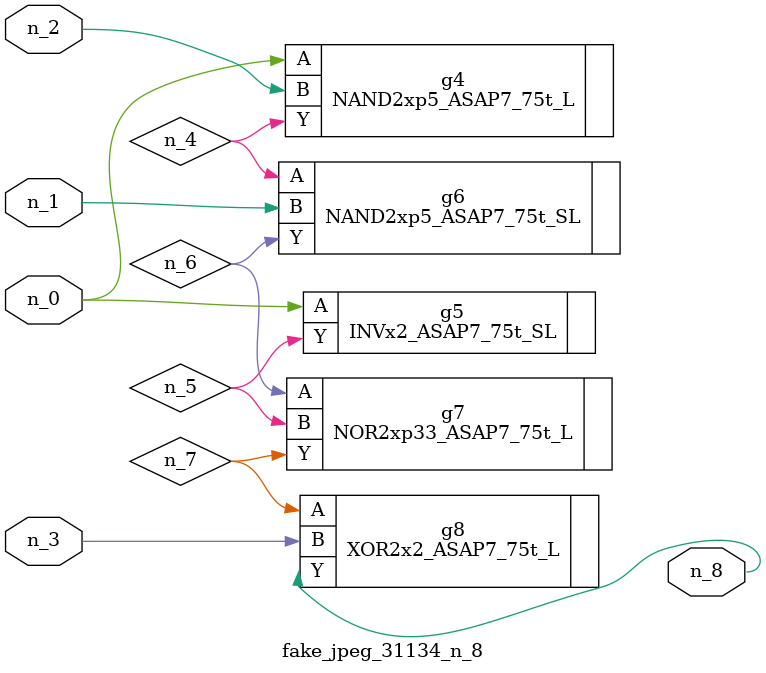
<source format=v>
module fake_jpeg_31134_n_8 (n_0, n_3, n_2, n_1, n_8);

input n_0;
input n_3;
input n_2;
input n_1;

output n_8;

wire n_4;
wire n_6;
wire n_5;
wire n_7;

NAND2xp5_ASAP7_75t_L g4 ( 
.A(n_0),
.B(n_2),
.Y(n_4)
);

INVx2_ASAP7_75t_SL g5 ( 
.A(n_0),
.Y(n_5)
);

NAND2xp5_ASAP7_75t_SL g6 ( 
.A(n_4),
.B(n_1),
.Y(n_6)
);

NOR2xp33_ASAP7_75t_L g7 ( 
.A(n_6),
.B(n_5),
.Y(n_7)
);

XOR2x2_ASAP7_75t_L g8 ( 
.A(n_7),
.B(n_3),
.Y(n_8)
);


endmodule
</source>
